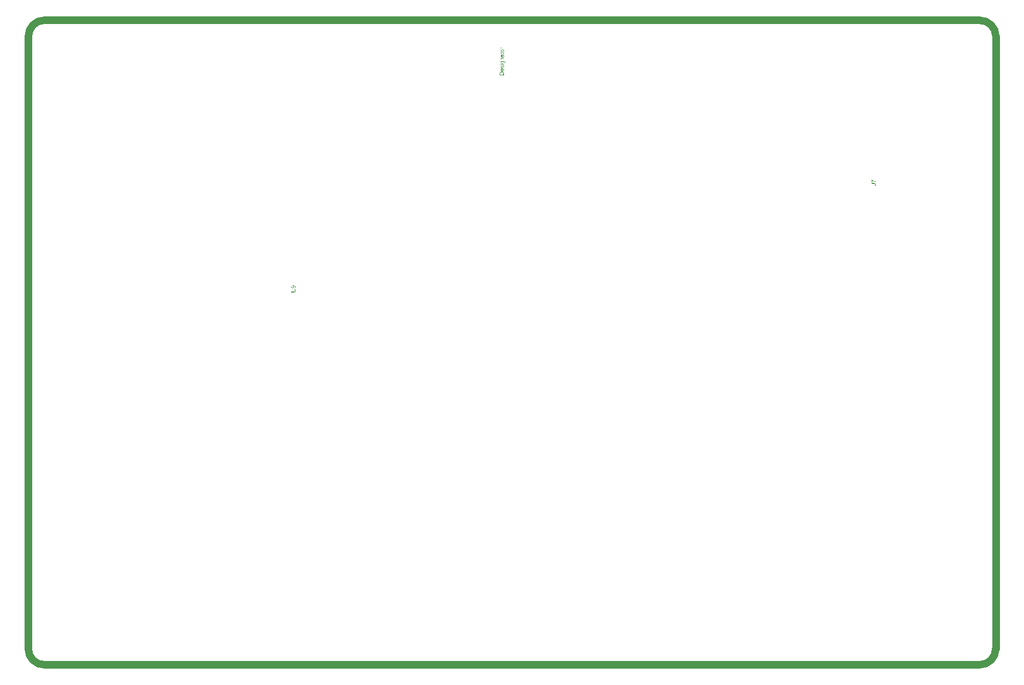
<source format=gm1>
%FSLAX23Y23*%
%MOIN*%
%SFA1B1*%

%IPPOS*%
%ADD120C,0.047240*%
%LNpcb1-1*%
%LPD*%
G36*
X3964Y4783D02*
X3964Y4783D01*
X3964Y4783*
X3964Y4783*
X3964Y4783*
X3964Y4782*
X3964Y4782*
X3964Y4782*
X3964Y4781*
Y4781*
X3964Y4781*
X3964Y4781*
X3964Y4780*
X3964Y4780*
X3964Y4780*
X3964Y4779*
X3964Y4779*
X3965Y4779*
X3965Y4779*
X3965Y4779*
X3965Y4779*
X3965Y4778*
X3966Y4778*
X3966Y4778*
X3966*
X3966Y4778*
X3966*
X3966Y4778*
X3967Y4778*
X3967Y4778*
X3968Y4778*
X3968Y4778*
X3969Y4778*
X3970Y4778*
X3980*
Y4775*
X3961*
Y4777*
X3964*
X3964Y4777*
X3964Y4777*
X3963Y4777*
X3963Y4778*
X3963Y4778*
X3962Y4778*
X3962Y4779*
X3961Y4779*
X3961Y4779*
X3961Y4779*
X3961Y4779*
X3961Y4780*
X3961Y4780*
X3961Y4780*
X3961Y4781*
X3961Y4781*
X3961Y4781*
Y4782*
X3961Y4782*
X3961Y4782*
X3961Y4783*
X3961Y4783*
X3961Y4784*
X3962Y4785*
X3964Y4783*
G37*
G36*
X3971Y4771D02*
X3971Y4771D01*
X3972Y4771*
X3972Y4771*
X3973Y4771*
X3974Y4770*
X3975Y4770*
X3975Y4770*
X3976Y4770*
X3976*
X3976Y4770*
X3976Y4770*
X3976Y4770*
X3976Y4769*
X3977Y4769*
X3977Y4769*
X3978Y4768*
X3978Y4767*
X3979Y4767*
Y4767*
X3979Y4767*
X3979Y4766*
X3979Y4766*
X3979Y4766*
X3979Y4766*
X3979Y4765*
X3980Y4765*
X3980Y4764*
X3980Y4763*
X3980Y4762*
Y4762*
X3980Y4762*
Y4762*
X3980Y4761*
X3980Y4761*
X3980Y4760*
X3980Y4760*
X3979Y4759*
X3979Y4759*
X3979Y4758*
X3979Y4758*
X3979Y4757*
X3978Y4757*
X3978Y4756*
X3977Y4756*
X3977Y4756*
X3977Y4756*
X3977Y4756*
X3977Y4756*
X3977Y4755*
X3976Y4755*
X3976Y4755*
X3976Y4755*
X3975Y4754*
X3975Y4754*
X3974Y4754*
X3973Y4754*
X3973Y4754*
X3972Y4754*
X3971Y4754*
X3970Y4753*
X3970*
X3970*
X3970Y4754*
X3969*
X3969Y4754*
X3968Y4754*
X3968Y4754*
X3967Y4754*
X3967Y4754*
X3966Y4754*
X3965Y4754*
X3965Y4755*
X3964Y4755*
X3964Y4755*
X3963Y4756*
X3963Y4756*
X3963Y4756*
X3963Y4756*
X3962Y4757*
X3962Y4757*
X3962Y4757*
X3962Y4757*
X3962Y4758*
X3962Y4758*
X3961Y4758*
X3961Y4759*
X3961Y4759*
X3961Y4760*
X3961Y4760*
X3961Y4761*
X3961Y4762*
X3961Y4762*
Y4763*
X3961Y4763*
X3961Y4763*
X3961Y4763*
X3961Y4764*
X3961Y4764*
X3961Y4765*
X3961Y4765*
X3961Y4766*
X3962Y4766*
X3962Y4767*
X3962Y4767*
X3963Y4768*
X3963Y4768*
X3963Y4768*
X3963Y4769*
X3963Y4769*
X3964Y4769*
X3964Y4769*
X3964Y4769*
X3964Y4769*
X3965Y4770*
X3965Y4770*
X3966Y4770*
X3966Y4770*
X3967Y4770*
X3968Y4771*
X3968Y4771*
X3969Y4771*
X3970Y4771*
X3970*
X3970*
X3970*
X3971*
X3971Y4771*
G37*
G36*
X3979Y4752D02*
X3980Y4752D01*
X3980Y4752*
X3980Y4751*
X3980Y4751*
X3980Y4750*
X3980Y4750*
Y4749*
X3980Y4749*
X3980Y4749*
X3980Y4748*
X3980Y4748*
X3979Y4747*
X3979Y4747*
X3979Y4747*
X3979Y4747*
X3979Y4747*
X3979Y4746*
X3979Y4746*
X3978Y4746*
X3978Y4746*
X3978Y4746*
X3978*
X3978Y4746*
X3977Y4746*
X3977Y4745*
X3977Y4745*
X3977Y4745*
X3976Y4745*
X3976Y4745*
X3975Y4745*
X3975*
X3975Y4745*
X3974*
X3963*
Y4743*
X3961*
Y4745*
X3956*
X3954Y4748*
X3961*
Y4752*
X3963*
Y4748*
X3974*
X3974*
X3974*
X3975*
X3975Y4748*
X3975*
X3976Y4748*
X3976Y4748*
X3976Y4749*
X3976Y4749*
X3976Y4749*
X3976Y4749*
X3977Y4749*
Y4749*
X3977Y4749*
X3977Y4749*
X3977Y4749*
X3977Y4750*
X3977Y4750*
Y4751*
X3977Y4751*
Y4751*
X3977Y4751*
X3977Y4752*
X3979Y4752*
Y4752*
G37*
G36*
X3980Y4738D02*
X3979Y4738D01*
X3979Y4737*
X3979Y4737*
X3979Y4737*
X3979Y4737*
X3978Y4737*
X3978Y4737*
X3977Y4737*
Y4737*
X3977Y4737*
X3977Y4737*
X3977Y4737*
X3978Y4736*
X3978Y4736*
X3978Y4735*
X3979Y4735*
X3979Y4734*
X3979Y4734*
Y4734*
X3979Y4733*
X3979Y4733*
X3979Y4733*
X3980Y4733*
X3980Y4733*
X3980Y4732*
X3980Y4731*
X3980Y4731*
X3980Y4730*
Y4730*
X3980Y4730*
Y4729*
X3980Y4729*
X3980Y4728*
X3980Y4728*
X3979Y4727*
X3979Y4726*
X3979Y4726*
X3978Y4725*
X3978Y4725*
X3978Y4725*
X3978Y4725*
X3978Y4725*
X3977Y4725*
X3977Y4724*
X3976Y4724*
X3975Y4724*
X3975Y4724*
X3975Y4724*
X3975*
X3974*
X3974Y4724*
X3974Y4724*
X3973Y4724*
X3973Y4724*
X3973Y4724*
X3972Y4724*
X3972Y4724*
X3972Y4724*
X3972Y4725*
X3971Y4725*
X3971Y4725*
X3971Y4725*
X3971Y4726*
X3970Y4726*
X3970Y4726*
X3970Y4726*
X3970Y4726*
X3970Y4727*
X3970Y4727*
X3970Y4727*
X3969Y4728*
X3969Y4728*
Y4728*
X3969Y4728*
X3969Y4729*
X3969Y4729*
X3969Y4729*
X3969Y4730*
X3969Y4730*
X3969Y4731*
Y4731*
X3969Y4731*
Y4731*
X3969Y4732*
X3969Y4732*
X3969Y4732*
X3969Y4733*
X3969Y4733*
X3968Y4734*
X3968Y4735*
X3968Y4736*
X3968Y4736*
X3968Y4737*
X3968*
X3968*
X3968*
X3967Y4737*
X3967*
X3967*
X3967*
X3967*
X3967*
X3967*
X3967*
X3966Y4737*
X3966Y4737*
X3965Y4736*
X3965Y4736*
X3965Y4736*
X3964Y4736*
X3964Y4736*
X3964Y4736*
X3964Y4735*
X3964Y4735*
X3963Y4734*
X3963Y4734*
X3963Y4733*
X3963Y4732*
Y4732*
X3963Y4731*
X3963Y4731*
X3963Y4730*
X3963Y4730*
X3964Y4729*
X3964Y4729*
X3964Y4729*
X3964Y4729*
X3964Y4729*
X3965Y4728*
X3965Y4728*
X3965Y4728*
X3966Y4728*
X3967Y4727*
X3966Y4724*
X3966*
X3966Y4724*
X3966*
X3966Y4724*
X3966Y4724*
X3965Y4725*
X3965Y4725*
X3964Y4725*
X3964Y4725*
X3963Y4726*
X3963Y4726*
X3963Y4726*
X3963Y4726*
X3962Y4726*
X3962Y4727*
X3962Y4727*
X3961Y4728*
X3961Y4728*
Y4728*
X3961Y4729*
X3961Y4729*
X3961Y4729*
X3961Y4729*
X3961Y4729*
X3961Y4730*
X3961Y4730*
X3961Y4731*
X3961Y4732*
X3961Y4733*
Y4733*
X3961Y4734*
X3961Y4734*
X3961Y4735*
X3961Y4735*
X3961Y4736*
X3961Y4737*
Y4737*
X3961Y4737*
X3961Y4737*
X3961Y4737*
X3962Y4737*
X3962Y4738*
X3962Y4738*
X3962Y4738*
X3963Y4739*
X3963Y4739*
X3963Y4739*
X3963Y4739*
X3963Y4739*
X3963Y4739*
X3964Y4739*
X3964Y4740*
X3965Y4740*
X3965*
X3965Y4740*
X3965Y4740*
X3965Y4740*
X3966*
X3966Y4740*
X3967Y4740*
X3968*
X3972*
X3972*
X3972*
X3972*
X3972*
X3973*
X3973*
X3974*
X3974Y4740*
X3975*
X3976Y4740*
X3976Y4740*
X3977*
X3977Y4740*
X3977Y4740*
X3977*
X3977Y4740*
X3978Y4740*
X3978Y4740*
X3978Y4740*
X3979Y4740*
X3979Y4741*
X3980Y4741*
Y4738*
G37*
G36*
Y4717D02*
X3968D01*
X3968*
X3968*
X3968*
X3968*
X3968Y4717*
X3967*
X3967Y4717*
X3966Y4717*
X3966Y4717*
X3965Y4716*
X3965*
X3965Y4716*
X3965Y4716*
X3965Y4716*
X3965Y4716*
X3964Y4716*
X3964Y4716*
X3964Y4715*
X3964Y4715*
X3964Y4715*
X3964Y4715*
X3964Y4715*
X3963Y4714*
X3963Y4714*
X3963Y4713*
X3963Y4713*
Y4713*
X3963Y4713*
X3963Y4712*
X3963Y4712*
X3964Y4711*
X3964Y4711*
X3964Y4710*
X3965Y4710*
X3965Y4709*
X3965Y4709*
X3965Y4709*
X3965Y4709*
X3965Y4709*
X3965Y4709*
X3966Y4709*
X3966Y4709*
X3966Y4709*
X3967Y4708*
X3967Y4708*
X3968Y4708*
X3968Y4708*
X3969Y4708*
X3969Y4708*
X3980*
Y4705*
X3961*
Y4708*
X3964*
X3964Y4708*
X3963Y4708*
X3963Y4708*
X3963Y4708*
X3963Y4708*
X3963Y4709*
X3962Y4709*
X3962Y4709*
X3962Y4710*
X3962Y4710*
X3961Y4711*
X3961Y4711*
X3961Y4712*
X3961Y4712*
X3961Y4713*
X3961Y4714*
Y4714*
X3961Y4714*
X3961Y4715*
X3961Y4715*
X3961Y4716*
X3961Y4716*
X3961Y4717*
X3961Y4717*
X3961Y4717*
X3961Y4717*
X3962Y4718*
X3962Y4718*
X3962Y4718*
X3962Y4719*
X3963Y4719*
X3963Y4719*
X3963Y4719*
X3963Y4719*
X3963Y4719*
X3964Y4719*
X3964Y4720*
X3965Y4720*
X3965Y4720*
X3965*
X3965Y4720*
X3965Y4720*
X3966Y4720*
X3966Y4720*
X3967Y4720*
X3967Y4720*
X3968*
X3980*
Y4717*
G37*
G36*
X3978Y4700D02*
X3978D01*
X3979Y4700*
X3979Y4700*
X3980Y4700*
X3981Y4700*
X3982Y4700*
X3982Y4700*
X3983Y4699*
X3983Y4699*
X3983*
X3983Y4699*
X3983Y4699*
X3983Y4699*
X3984Y4699*
X3984Y4699*
X3985Y4698*
X3985Y4698*
X3985Y4697*
X3986Y4697*
Y4696*
X3986Y4696*
X3986Y4696*
X3986Y4696*
X3986Y4696*
X3986Y4696*
X3986Y4696*
X3986Y4695*
X3987Y4695*
X3987Y4694*
X3987Y4693*
X3987Y4692*
Y4691*
X3987Y4691*
Y4691*
X3987Y4691*
X3987Y4690*
X3987Y4690*
X3987Y4689*
X3986Y4688*
X3986Y4687*
X3986Y4687*
X3985Y4686*
X3985Y4686*
X3985Y4686*
X3985Y4686*
X3985Y4686*
X3985Y4686*
X3985Y4686*
X3985Y4686*
X3984Y4685*
X3984Y4685*
X3984Y4685*
X3983Y4685*
X3983Y4685*
X3983Y4685*
X3982Y4685*
X3982Y4684*
X3981*
X3981Y4688*
X3982*
X3982Y4688*
X3982Y4688*
X3982Y4688*
X3983Y4688*
X3983Y4688*
X3983Y4688*
X3984Y4689*
X3984Y4689*
X3984Y4689*
X3984Y4689*
X3984Y4689*
X3984Y4690*
X3984Y4690*
X3984Y4691*
X3984Y4692*
Y4692*
X3984Y4693*
X3984Y4693*
X3984Y4694*
X3984Y4694*
X3984Y4695*
X3984Y4695*
X3983Y4695*
X3983Y4695*
X3983Y4696*
X3983Y4696*
X3983Y4696*
X3982Y4696*
X3982Y4697*
X3981Y4697*
X3981*
X3981Y4697*
X3981Y4697*
X3980*
X3980Y4697*
X3980Y4697*
X3980*
X3979Y4697*
X3979*
X3979Y4697*
X3978*
X3978*
X3977*
X3977Y4697*
X3977Y4697*
X3977Y4697*
X3977Y4697*
X3978Y4696*
X3978Y4696*
X3978Y4696*
X3978Y4696*
X3979Y4695*
X3979Y4695*
X3979Y4694*
X3979Y4693*
X3979Y4693*
X3979Y4692*
X3980Y4692*
Y4692*
X3979Y4692*
Y4691*
X3979Y4691*
X3979Y4691*
X3979Y4690*
X3979Y4690*
X3979Y4689*
X3979Y4689*
X3979Y4688*
X3978Y4688*
X3978Y4687*
X3978Y4687*
X3977Y4686*
X3977Y4686*
X3977Y4686*
X3977Y4686*
X3977Y4686*
X3976Y4686*
X3976Y4685*
X3976Y4685*
X3975Y4685*
X3975Y4685*
X3974Y4685*
X3974Y4685*
X3973Y4684*
X3973Y4684*
X3972Y4684*
X3972Y4684*
X3971Y4684*
X3970Y4684*
X3970*
X3970*
X3970*
X3970*
X3969Y4684*
X3969Y4684*
X3969*
X3969Y4684*
X3968Y4684*
X3967Y4684*
X3966Y4684*
X3965Y4685*
X3965*
X3965Y4685*
X3965Y4685*
X3965Y4685*
X3965Y4685*
X3964Y4685*
X3964Y4686*
X3963Y4686*
X3963Y4686*
X3962Y4687*
X3962Y4688*
Y4688*
X3962Y4688*
X3962Y4688*
X3962Y4688*
X3961Y4688*
X3961Y4688*
X3961Y4689*
X3961Y4689*
X3961Y4690*
X3961Y4691*
X3961Y4692*
Y4692*
X3961Y4692*
Y4692*
X3961Y4693*
X3961Y4693*
X3961Y4693*
X3961Y4694*
X3961Y4694*
X3961Y4695*
X3961Y4695*
X3962Y4696*
X3962Y4696*
X3962Y4696*
X3963Y4697*
X3963Y4697*
X3961*
Y4700*
X3977*
X3977*
X3977*
X3977*
X3978*
X3978Y4700*
G37*
G36*
X3980Y4677D02*
X3961D01*
Y4680*
X3980*
Y4677*
G37*
G36*
X3957D02*
X3954D01*
Y4680*
X3957*
Y4677*
G37*
G36*
X3975Y4673D02*
X3975Y4673D01*
X3975Y4673*
X3976Y4673*
X3977Y4673*
X3977Y4672*
X3977Y4672*
X3977Y4672*
X3978Y4672*
X3978Y4672*
X3978Y4671*
X3979Y4671*
X3979Y4670*
X3979Y4670*
Y4670*
X3979Y4670*
X3979Y4670*
X3979Y4670*
X3979Y4669*
X3980Y4669*
X3980Y4668*
X3980Y4667*
X3980Y4667*
X3980Y4666*
Y4666*
X3980Y4665*
Y4665*
X3980Y4665*
X3980Y4664*
X3980Y4664*
X3980Y4663*
X3979Y4662*
X3979Y4661*
X3979Y4661*
X3978Y4660*
X3978Y4660*
X3978Y4660*
X3978Y4660*
X3978Y4660*
X3978Y4660*
X3978Y4660*
X3978Y4660*
X3977Y4659*
X3977Y4659*
X3977Y4659*
X3976Y4659*
X3976Y4659*
X3975Y4658*
X3975Y4658*
X3975Y4658*
X3974Y4658*
X3973Y4661*
X3974*
X3974*
X3974Y4661*
X3974Y4661*
X3974Y4661*
X3975Y4661*
X3975Y4662*
X3975Y4662*
X3976Y4662*
X3976Y4663*
X3976Y4663*
X3976Y4663*
X3977Y4663*
X3977Y4663*
X3977Y4664*
X3977Y4664*
X3977Y4665*
X3977Y4666*
Y4666*
X3977Y4667*
X3977Y4667*
X3977Y4668*
X3977Y4668*
X3977Y4669*
X3976Y4669*
X3976Y4669*
X3976Y4669*
X3976Y4669*
X3976Y4670*
X3976Y4670*
X3975Y4670*
X3975Y4670*
X3974Y4670*
X3974*
X3974*
X3974Y4670*
X3974Y4670*
X3974Y4670*
X3973Y4670*
X3973Y4670*
X3973Y4669*
X3973Y4669*
X3973Y4669*
X3973Y4669*
X3972Y4669*
X3972Y4668*
X3972Y4668*
X3972Y4668*
X3972Y4668*
X3972Y4667*
X3972Y4667*
X3972Y4666*
X3972Y4666*
Y4666*
X3972Y4666*
X3972Y4666*
X3972Y4665*
X3971Y4665*
X3971Y4665*
X3971Y4664*
X3971Y4663*
X3971Y4663*
X3971Y4662*
X3970Y4662*
X3970Y4661*
X3970Y4661*
X3970Y4661*
X3970Y4661*
X3970Y4661*
X3970Y4660*
X3969Y4660*
X3969Y4660*
X3969Y4659*
X3968Y4659*
X3968Y4659*
X3968Y4659*
X3968Y4659*
X3968Y4659*
X3967Y4659*
X3967Y4659*
X3966Y4659*
X3966Y4659*
X3966*
X3966*
X3965Y4659*
X3965Y4659*
X3965Y4659*
X3964Y4659*
X3964Y4659*
X3964Y4659*
X3964Y4659*
X3963Y4659*
X3963Y4659*
X3963Y4659*
X3963Y4660*
X3962Y4660*
X3962Y4660*
X3962Y4661*
X3962Y4661*
X3962Y4661*
X3962Y4661*
X3962Y4661*
X3961Y4661*
X3961Y4662*
X3961Y4662*
X3961Y4663*
X3961Y4663*
X3961Y4663*
X3961Y4663*
X3961Y4663*
X3961Y4664*
X3961Y4664*
X3961Y4665*
Y4666*
X3961Y4666*
Y4666*
X3961Y4667*
X3961Y4667*
X3961Y4668*
X3961Y4669*
X3961Y4669*
Y4669*
X3961Y4669*
X3961Y4669*
X3961Y4670*
X3962Y4670*
X3962Y4670*
X3962Y4671*
X3963Y4671*
X3963Y4672*
X3963Y4672*
X3963Y4672*
X3963Y4672*
X3964Y4672*
X3964Y4672*
X3965Y4672*
X3965Y4673*
X3966Y4673*
X3966Y4670*
X3966*
X3966Y4670*
X3966Y4670*
X3965Y4669*
X3965Y4669*
X3965Y4669*
X3964Y4669*
X3964Y4668*
X3964Y4668*
X3964Y4668*
X3964Y4668*
X3964Y4668*
X3963Y4667*
X3963Y4667*
X3963Y4666*
X3963Y4666*
Y4665*
X3963Y4665*
X3963Y4664*
X3963Y4664*
X3963Y4663*
X3964Y4663*
X3964Y4662*
X3964Y4662*
X3964Y4662*
X3964Y4662*
X3964Y4662*
X3965Y4662*
X3965Y4662*
X3965Y4662*
X3966Y4662*
X3966*
X3966*
X3966Y4662*
X3966*
X3966Y4662*
X3966Y4662*
X3967Y4662*
X3967Y4662*
X3967Y4662*
X3967Y4662*
X3967Y4662*
X3967Y4662*
X3967Y4663*
X3967Y4663*
X3967Y4663*
Y4663*
X3968Y4663*
X3968Y4663*
X3968Y4664*
X3968Y4664*
X3968Y4664*
X3968Y4665*
X3968Y4665*
X3968Y4665*
X3968Y4666*
X3968Y4666*
Y4666*
X3968Y4666*
X3968Y4666*
X3968Y4666*
X3969Y4667*
X3969Y4667*
X3969Y4668*
X3969Y4669*
X3969Y4669*
X3969Y4670*
X3970Y4670*
X3970Y4671*
X3970Y4671*
X3970Y4671*
X3970Y4671*
X3970Y4671*
X3970Y4672*
X3971Y4672*
X3971Y4672*
X3971Y4673*
X3971Y4673*
X3972Y4673*
X3972Y4673*
X3972Y4673*
X3973Y4673*
X3973Y4673*
X3973Y4673*
X3974Y4673*
X3974*
X3974*
X3974*
X3975Y4673*
G37*
G36*
X3971Y4655D02*
Y4642D01*
X3971*
X3971*
X3971Y4642*
X3972Y4642*
X3972Y4642*
X3972Y4642*
X3973Y4642*
X3974Y4642*
X3974Y4642*
X3975Y4643*
X3975Y4643*
X3976Y4643*
X3976Y4643*
X3976Y4643*
X3976Y4643*
X3976Y4643*
X3976Y4644*
X3977Y4644*
X3977Y4645*
X3977Y4646*
X3977Y4646*
X3977Y4647*
X3977Y4647*
Y4647*
X3977Y4648*
X3977Y4648*
X3977Y4649*
X3977Y4649*
X3977Y4650*
X3976Y4650*
X3976Y4650*
X3976Y4650*
X3976Y4650*
X3976Y4651*
X3975Y4651*
X3975Y4651*
X3974Y4652*
X3973Y4652*
X3974Y4655*
X3974*
X3974Y4655*
X3974Y4655*
X3974Y4655*
X3975Y4655*
X3975Y4655*
X3976Y4655*
X3976Y4654*
X3977Y4654*
X3978Y4653*
X3978Y4652*
Y4652*
X3978Y4652*
X3978Y4652*
X3979Y4652*
X3979Y4652*
X3979Y4652*
X3979Y4651*
X3979Y4651*
X3979Y4651*
X3979Y4650*
X3980Y4650*
X3980Y4649*
X3980Y4648*
X3980Y4648*
X3980Y4647*
Y4647*
X3980Y4647*
Y4646*
X3980Y4646*
X3980Y4646*
X3980Y4645*
X3980Y4645*
X3979Y4644*
X3979Y4644*
X3979Y4643*
X3979Y4643*
X3979Y4642*
X3978Y4642*
X3978Y4641*
X3977Y4641*
X3977Y4641*
X3977Y4641*
X3977Y4640*
X3977Y4640*
X3977Y4640*
X3976Y4640*
X3976Y4640*
X3976Y4640*
X3975Y4639*
X3975Y4639*
X3974Y4639*
X3973Y4639*
X3973Y4639*
X3972Y4638*
X3971Y4638*
X3970Y4638*
X3970*
X3970*
X3970Y4638*
X3970*
X3969Y4638*
X3969Y4638*
X3968Y4639*
X3968Y4639*
X3967Y4639*
X3967Y4639*
X3966Y4639*
X3965Y4639*
X3965Y4640*
X3964Y4640*
X3964Y4640*
X3963Y4641*
X3963Y4641*
X3963Y4641*
X3963Y4641*
X3963Y4641*
X3963Y4641*
X3962Y4642*
X3962Y4642*
X3962Y4642*
X3962Y4643*
X3961Y4643*
X3961Y4644*
X3961Y4644*
X3961Y4645*
X3961Y4646*
X3961Y4646*
X3961Y4647*
Y4647*
X3961Y4648*
X3961Y4648*
X3961Y4648*
X3961Y4649*
X3961Y4649*
X3961Y4650*
X3961Y4650*
X3961Y4651*
X3962Y4651*
X3962Y4652*
X3962Y4652*
X3963Y4653*
X3963Y4653*
X3963Y4653*
X3963Y4653*
X3963Y4653*
X3964Y4653*
X3964Y4654*
X3964Y4654*
X3964Y4654*
X3965Y4654*
X3965Y4654*
X3966Y4655*
X3967Y4655*
X3967Y4655*
X3968Y4655*
X3969Y4655*
X3969Y4655*
X3970Y4655*
X3970*
X3970*
X3971*
X3971Y4655*
G37*
G36*
X3967Y4635D02*
X3968D01*
X3968Y4635*
X3968Y4635*
X3969Y4635*
X3970Y4635*
X3971Y4635*
X3972Y4634*
X3972*
X3972Y4634*
X3972Y4634*
X3972Y4634*
X3972Y4634*
X3973Y4634*
X3973Y4634*
X3974Y4634*
X3974Y4633*
X3975Y4633*
X3975Y4633*
X3976Y4633*
X3976Y4632*
X3976Y4632*
X3976Y4632*
X3977Y4632*
X3977Y4631*
X3977Y4631*
X3978Y4630*
X3978Y4630*
X3978Y4630*
X3978Y4630*
X3978Y4629*
X3978Y4629*
X3979Y4628*
X3979Y4628*
X3979Y4627*
Y4627*
X3979Y4627*
Y4627*
X3979Y4627*
X3979Y4627*
X3979Y4627*
X3979Y4626*
X3979Y4625*
X3979Y4625*
X3979Y4624*
X3980Y4623*
Y4614*
X3954*
Y4623*
X3954Y4624*
Y4624*
X3954Y4625*
X3954Y4626*
X3954Y4627*
X3954Y4627*
Y4627*
X3954Y4627*
X3954Y4628*
X3954Y4628*
X3954Y4628*
X3955Y4628*
X3955Y4629*
X3955Y4629*
X3955Y4630*
X3956Y4630*
X3956Y4631*
X3956Y4631*
X3956Y4631*
X3956Y4631*
X3956Y4631*
X3957Y4632*
X3957Y4632*
X3957Y4632*
X3957Y4632*
X3958Y4633*
X3959Y4633*
X3960Y4634*
X3960Y4634*
X3961*
X3961Y4634*
X3961Y4634*
X3961Y4634*
X3961Y4634*
X3962Y4634*
X3962Y4635*
X3962Y4635*
X3963Y4635*
X3963Y4635*
X3964Y4635*
X3964Y4635*
X3965Y4635*
X3967Y4635*
X3967*
X3967*
X3967*
X3967*
X3967Y4635*
G37*
G36*
X3980Y4605D02*
X3976D01*
Y4608*
X3980*
Y4605*
G37*
G36*
X6227Y3976D02*
X6227Y3976D01*
X6227Y3976*
X6227Y3975*
X6227Y3975*
X6228Y3975*
X6228Y3975*
X6229Y3974*
X6229Y3974*
X6230Y3974*
X6230Y3973*
X6231Y3973*
X6231Y3972*
X6232Y3972*
X6233Y3971*
X6234Y3971*
X6234Y3971*
X6234Y3971*
X6234Y3971*
X6234Y3971*
X6235Y3970*
X6235Y3970*
X6236Y3970*
X6236Y3970*
X6237Y3969*
X6238Y3969*
X6238Y3969*
X6239Y3968*
X6241Y3968*
X6242Y3967*
X6243*
X6243Y3967*
X6243Y3967*
X6243Y3967*
X6243Y3967*
X6244Y3967*
X6244Y3967*
X6245Y3967*
X6245Y3967*
X6246Y3967*
X6246Y3966*
X6247Y3966*
X6248Y3966*
X6250Y3966*
Y3963*
X6249*
X6249*
X6249*
X6249Y3963*
X6249*
X6248Y3963*
X6248Y3963*
X6247Y3963*
X6247Y3963*
X6246Y3963*
X6246Y3963*
X6245Y3963*
X6245Y3963*
X6244Y3964*
X6243Y3964*
X6242Y3964*
X6242*
X6242Y3964*
X6242Y3964*
X6242Y3964*
X6241Y3964*
X6241Y3964*
X6240Y3965*
X6240Y3965*
X6239Y3965*
X6238Y3965*
X6237Y3966*
X6235Y3967*
X6234Y3967*
X6234Y3967*
X6234Y3967*
X6234Y3967*
X6233Y3968*
X6233Y3968*
X6233Y3968*
X6232Y3968*
X6232Y3969*
X6231Y3969*
X6229Y3970*
X6228Y3971*
X6227Y3972*
Y3959*
X6224*
Y3976*
X6227*
X6227Y3976*
G37*
G36*
X6240Y3955D02*
X6240D01*
X6240Y3955*
X6241Y3955*
X6242Y3954*
X6243Y3954*
X6244Y3954*
X6244Y3954*
X6245Y3954*
X6245*
X6245Y3954*
X6245Y3954*
X6245Y3954*
X6245Y3953*
X6246Y3953*
X6246Y3953*
X6247Y3953*
X6247Y3952*
X6248Y3951*
X6248Y3951*
X6249Y3951*
Y3951*
X6249Y3950*
X6249Y3950*
X6249Y3950*
X6249Y3950*
X6249Y3950*
X6249Y3949*
X6249Y3949*
X6249Y3949*
X6250Y3948*
X6250Y3948*
X6250Y3947*
X6250Y3947*
X6250Y3946*
X6250Y3945*
X6250Y3945*
Y3944*
X6250Y3944*
Y3944*
X6250Y3943*
X6250Y3943*
X6250Y3943*
X6250Y3942*
X6249Y3941*
X6249Y3940*
X6249Y3939*
Y3939*
X6249Y3939*
X6249Y3939*
X6248Y3938*
X6248Y3938*
X6248Y3937*
X6247Y3937*
X6247Y3936*
X6246Y3936*
X6245Y3935*
X6245*
X6245Y3935*
X6245Y3935*
X6245Y3935*
X6244Y3935*
X6244Y3935*
X6244Y3935*
X6243Y3935*
X6243Y3935*
X6243Y3935*
X6242Y3935*
X6241Y3935*
X6241Y3935*
X6240Y3935*
X6239Y3935*
X6239*
X6224*
Y3938*
X6239*
X6239*
X6239*
X6239*
X6239*
X6240Y3938*
X6240*
X6240Y3938*
X6241*
X6241Y3938*
X6242Y3938*
X6243Y3938*
X6243Y3938*
X6244Y3939*
X6244*
X6244Y3939*
X6244Y3939*
X6244Y3939*
X6245Y3939*
X6245Y3939*
X6245Y3940*
X6246Y3940*
X6246Y3941*
Y3941*
X6246Y3941*
X6246Y3941*
X6246Y3941*
X6246Y3942*
X6247Y3942*
X6247Y3943*
X6247Y3944*
X6247Y3944*
Y3945*
X6247Y3945*
X6247Y3945*
X6247Y3946*
X6247Y3946*
X6247Y3946*
X6246Y3947*
X6246Y3948*
X6246Y3949*
X6246Y3949*
X6246Y3949*
X6245Y3950*
X6245Y3950*
X6245Y3950*
X6245Y3950*
X6245Y3950*
X6245Y3950*
X6244Y3950*
X6244Y3950*
X6244Y3950*
X6243Y3951*
X6243Y3951*
X6242Y3951*
X6242Y3951*
X6241Y3951*
X6240Y3951*
X6240Y3951*
X6239Y3951*
X6224*
Y3955*
X6239*
X6239*
X6239*
X6239*
X6239*
X6240Y3955*
G37*
G36*
X2696Y3329D02*
X2696Y3329D01*
X2697Y3329*
X2697Y3329*
X2698Y3329*
X2699Y3329*
X2700Y3329*
X2701Y3329*
X2702Y3329*
X2702Y3328*
X2702*
X2703Y3328*
X2703Y3328*
X2703Y3328*
X2703Y3328*
X2703Y3328*
X2704Y3328*
X2705Y3327*
X2705Y3327*
X2706Y3326*
X2707Y3325*
Y3325*
X2707Y3325*
X2707Y3325*
X2707Y3325*
X2707Y3325*
X2707Y3324*
X2707Y3324*
X2708Y3324*
X2708Y3323*
X2708Y3322*
X2708Y3321*
X2708Y3321*
X2708Y3320*
Y3320*
X2708Y3320*
X2708Y3320*
X2708Y3319*
X2708Y3319*
X2708Y3319*
X2708Y3318*
X2708Y3317*
X2707Y3317*
X2707Y3316*
X2707Y3316*
X2707Y3315*
X2707Y3315*
X2707Y3315*
X2706Y3315*
X2706Y3315*
X2706Y3315*
X2706Y3315*
X2706Y3315*
X2705Y3314*
X2705Y3314*
X2705Y3314*
X2704Y3314*
X2704Y3314*
X2704Y3314*
X2703Y3313*
X2703Y3313*
X2702Y3313*
X2702Y3316*
X2702*
X2702Y3316*
X2702*
X2702Y3316*
X2702Y3316*
X2703Y3317*
X2703Y3317*
X2704Y3317*
X2704Y3317*
X2705Y3318*
X2705Y3318*
X2705Y3318*
X2705Y3318*
X2705Y3318*
X2705Y3319*
X2706Y3319*
X2706Y3320*
X2706Y3320*
Y3321*
X2706Y3321*
X2706Y3321*
X2706Y3322*
X2705Y3322*
X2705Y3323*
X2705Y3323*
X2705Y3323*
X2705Y3323*
X2705Y3323*
X2705Y3324*
X2704Y3324*
X2704Y3324*
X2704Y3324*
X2703Y3325*
X2703Y3325*
X2703Y3325*
X2703Y3325*
X2703Y3325*
X2702Y3325*
X2702Y3326*
X2701Y3326*
X2700Y3326*
X2700*
X2700Y3326*
X2700*
X2700Y3326*
X2700Y3326*
X2700Y3326*
X2699Y3326*
X2699Y3326*
X2698Y3326*
X2697Y3326*
X2696Y3326*
X2696*
X2696*
X2696*
X2696*
X2696Y3326*
X2696Y3326*
X2696Y3326*
X2697Y3326*
X2697Y3325*
X2698Y3325*
X2698Y3324*
X2698Y3324*
Y3324*
X2698Y3324*
X2698Y3324*
X2698Y3323*
X2699Y3323*
X2699Y3323*
X2699Y3322*
X2699Y3322*
X2699Y3321*
X2699Y3320*
Y3320*
X2699Y3320*
X2699Y3319*
X2699Y3319*
X2699Y3319*
X2699Y3318*
X2699Y3318*
X2699Y3318*
X2698Y3317*
X2698Y3317*
X2698Y3316*
X2698Y3316*
X2697Y3315*
X2697Y3315*
X2697Y3315*
X2697Y3315*
X2697Y3315*
X2696Y3315*
X2696Y3314*
X2696Y3314*
X2696Y3314*
X2695Y3314*
X2695Y3314*
X2694Y3313*
X2694Y3313*
X2693Y3313*
X2693Y3313*
X2692Y3313*
X2692Y3313*
X2691Y3313*
X2691*
X2691*
X2690*
X2690Y3313*
X2690Y3313*
X2689Y3313*
X2689Y3313*
X2689Y3313*
X2688Y3313*
X2687Y3313*
X2687Y3314*
X2686Y3314*
X2686Y3314*
X2685Y3315*
X2685Y3315*
X2685Y3315*
X2684Y3315*
X2684Y3315*
X2684Y3315*
X2684Y3316*
X2684Y3316*
X2684Y3316*
X2683Y3317*
X2683Y3317*
X2683Y3317*
X2683Y3318*
X2683Y3318*
X2682Y3319*
X2682Y3320*
X2682Y3320*
X2682Y3321*
Y3321*
X2682Y3321*
Y3321*
X2682Y3322*
X2682Y3322*
X2683Y3323*
X2683Y3324*
X2683Y3324*
X2684Y3325*
Y3325*
X2684Y3325*
X2684Y3325*
X2684Y3326*
X2684Y3326*
X2685Y3326*
X2685Y3327*
X2686Y3327*
X2686Y3328*
X2687Y3328*
X2687*
X2687Y3328*
X2688Y3329*
X2688Y3329*
X2688Y3329*
X2688Y3329*
X2689Y3329*
X2689Y3329*
X2690Y3329*
X2690Y3329*
X2691Y3329*
X2691Y3329*
X2692Y3329*
X2693Y3329*
X2694Y3330*
X2695*
X2695*
X2695*
X2695*
X2695*
X2696Y3329*
G37*
G36*
X2698Y3308D02*
X2698D01*
X2699Y3308*
X2699Y3308*
X2700Y3308*
X2701Y3308*
X2702Y3308*
X2703Y3308*
X2703Y3307*
X2703*
X2703Y3307*
X2703Y3307*
X2704Y3307*
X2704Y3307*
X2704Y3307*
X2705Y3307*
X2705Y3306*
X2706Y3306*
X2706Y3305*
X2707Y3305*
X2707Y3304*
Y3304*
X2707Y3304*
X2707Y3304*
X2707Y3304*
X2707Y3304*
X2707Y3303*
X2707Y3303*
X2708Y3303*
X2708Y3302*
X2708Y3302*
X2708Y3301*
X2708Y3301*
X2708Y3300*
X2708Y3300*
X2708Y3299*
X2708Y3298*
Y3298*
X2708Y3298*
Y3297*
X2708Y3297*
X2708Y3297*
X2708Y3296*
X2708Y3295*
X2708Y3294*
X2707Y3293*
X2707Y3292*
Y3292*
X2707Y3292*
X2707Y3292*
X2707Y3292*
X2707Y3292*
X2706Y3291*
X2706Y3291*
X2705Y3290*
X2704Y3290*
X2704Y3289*
X2703*
X2703Y3289*
X2703Y3289*
X2703Y3289*
X2703Y3289*
X2703Y3289*
X2702Y3289*
X2702Y3289*
X2701Y3289*
X2701Y3288*
X2700Y3288*
X2700Y3288*
X2699Y3288*
X2699Y3288*
X2698Y3288*
X2697*
X2682*
Y3292*
X2697*
X2697*
X2697*
X2697*
X2698*
X2698Y3292*
X2698*
X2699Y3292*
X2699*
X2700Y3292*
X2701Y3292*
X2701Y3292*
X2702Y3292*
X2702Y3292*
X2702*
X2702Y3292*
X2702Y3292*
X2703Y3292*
X2703Y3293*
X2703Y3293*
X2704Y3293*
X2704Y3294*
X2704Y3294*
Y3294*
X2704Y3294*
X2705Y3295*
X2705Y3295*
X2705Y3295*
X2705Y3296*
X2705Y3296*
X2705Y3297*
X2705Y3298*
Y3298*
X2705Y3299*
X2705Y3299*
X2705Y3299*
X2705Y3300*
X2705Y3300*
X2705Y3301*
X2705Y3302*
X2704Y3302*
X2704Y3303*
X2704Y3303*
X2704Y3303*
X2704Y3303*
X2703Y3303*
X2703Y3303*
X2703Y3304*
X2703Y3304*
X2703Y3304*
X2702Y3304*
X2702Y3304*
X2702Y3304*
X2701Y3304*
X2701Y3305*
X2700Y3305*
X2699Y3305*
X2699Y3305*
X2698Y3305*
X2697Y3305*
X2682*
Y3308*
X2697*
X2697*
X2697*
X2697*
X2698*
X2698Y3308*
G37*
%LNpcb1-2*%
%LPC*%
G36*
X3971Y4768D02*
X3970D01*
X3970*
X3970*
X3970*
X3970Y4768*
X3969*
X3969Y4768*
X3969Y4767*
X3968Y4767*
X3967Y4767*
X3967Y4767*
X3966Y4767*
X3965Y4766*
X3965Y4766*
X3965Y4766*
X3965Y4766*
X3965Y4766*
X3965Y4766*
X3964Y4765*
X3964Y4765*
X3964Y4764*
X3963Y4764*
X3963Y4763*
X3963Y4763*
X3963Y4762*
Y4762*
X3963Y4762*
X3963Y4762*
X3963Y4761*
X3963Y4761*
X3964Y4760*
X3964Y4760*
X3964Y4759*
X3964Y4759*
X3965Y4759*
X3965Y4758*
X3965*
X3965Y4758*
X3965Y4758*
X3965Y4758*
X3965Y4758*
X3966Y4758*
X3966Y4758*
X3966Y4757*
X3967Y4757*
X3967Y4757*
X3967Y4757*
X3968Y4757*
X3968Y4757*
X3969Y4757*
X3970Y4757*
X3970Y4757*
X3970*
X3970*
X3971*
X3971Y4757*
X3971*
X3971Y4757*
X3972Y4757*
X3972Y4757*
X3973Y4757*
X3974Y4757*
X3975Y4758*
X3975Y4758*
X3976Y4758*
X3976Y4758*
X3976Y4758*
X3976Y4758*
X3976Y4759*
X3976Y4759*
X3976Y4759*
X3977Y4760*
X3977Y4761*
X3977Y4761*
X3977Y4762*
X3977Y4762*
Y4762*
X3977Y4763*
X3977Y4763*
X3977Y4763*
X3977Y4764*
X3977Y4764*
X3977Y4765*
X3976Y4765*
X3976Y4765*
X3976Y4766*
X3976Y4766*
X3976Y4766*
X3975Y4766*
X3975Y4766*
X3975Y4766*
X3975Y4766*
X3975Y4767*
X3975Y4767*
X3974Y4767*
X3974Y4767*
X3973Y4767*
X3973Y4767*
X3973Y4767*
X3972Y4767*
X3971Y4768*
X3971Y4768*
G37*
G36*
X3971Y4737D02*
X3970D01*
Y4737*
X3970Y4737*
X3970Y4737*
X3970Y4736*
X3970Y4736*
X3970Y4736*
X3971Y4736*
X3971Y4735*
X3971Y4735*
X3971Y4735*
X3971Y4734*
X3971Y4734*
X3971Y4733*
X3971Y4733*
X3971Y4732*
X3971Y4732*
Y4731*
X3971Y4731*
Y4731*
X3972Y4731*
X3972Y4730*
X3972Y4730*
X3972Y4730*
X3972Y4729*
X3972Y4729*
Y4729*
X3972Y4729*
X3972Y4729*
X3972Y4728*
X3973Y4728*
X3973Y4728*
X3973Y4728*
X3973Y4728*
X3973Y4728*
X3973Y4727*
X3973Y4727*
X3974Y4727*
X3974Y4727*
X3974Y4727*
X3975Y4727*
X3975*
X3975*
X3975Y4727*
X3975Y4727*
X3976Y4727*
X3976Y4728*
X3976Y4728*
X3977Y4728*
X3977Y4728*
X3977Y4728*
X3977Y4728*
X3977Y4729*
X3977Y4729*
X3977Y4730*
X3977Y4730*
X3977Y4731*
Y4731*
X3977Y4732*
X3977Y4732*
X3977Y4732*
X3977Y4733*
X3977Y4734*
X3977Y4734*
Y4734*
X3977Y4734*
X3977Y4734*
X3976Y4735*
X3976Y4735*
X3976Y4735*
X3975Y4736*
X3975Y4736*
X3975Y4736*
X3974Y4736*
X3974Y4736*
X3974Y4736*
X3974Y4736*
X3973Y4737*
X3973Y4737*
X3972Y4737*
X3971Y4737*
G37*
G36*
X3971Y4697D02*
X3970D01*
X3970*
X3970*
X3970*
X3969Y4697*
X3969*
X3969Y4697*
X3968Y4697*
X3968Y4697*
X3967Y4697*
X3966Y4697*
X3966Y4696*
X3965Y4696*
X3965Y4696*
X3965*
X3965Y4696*
X3965Y4695*
X3964Y4695*
X3964Y4695*
X3964Y4694*
X3963Y4694*
X3963Y4693*
X3963Y4693*
X3963Y4692*
Y4692*
X3963Y4692*
X3963Y4691*
X3963Y4691*
X3964Y4690*
X3964Y4690*
X3964Y4689*
X3964Y4689*
X3965Y4689*
X3965Y4689*
X3965*
X3965Y4688*
X3965Y4688*
X3965Y4688*
X3965Y4688*
X3966Y4688*
X3966Y4688*
X3966Y4688*
X3966Y4688*
X3967Y4688*
X3967Y4687*
X3968Y4687*
X3968Y4687*
X3969Y4687*
X3969Y4687*
X3970Y4687*
X3970*
X3970*
X3970*
X3971Y4687*
X3971*
X3971Y4687*
X3972Y4687*
X3972Y4687*
X3973Y4687*
X3974Y4688*
X3975Y4688*
X3975Y4688*
X3975Y4689*
X3975Y4689*
X3975Y4689*
X3976Y4689*
X3976Y4689*
X3976Y4690*
X3976Y4690*
X3977Y4691*
X3977Y4691*
X3977Y4692*
X3977Y4692*
Y4692*
X3977Y4693*
X3977Y4693*
X3977Y4693*
X3977Y4693*
X3977Y4694*
X3976Y4695*
X3976Y4695*
X3976Y4695*
X3976Y4696*
X3975Y4696*
X3975Y4696*
X3975Y4696*
X3975Y4696*
X3975Y4696*
X3975Y4696*
X3975Y4696*
X3974Y4696*
X3974Y4697*
X3974Y4697*
X3973Y4697*
X3973Y4697*
X3972Y4697*
X3972Y4697*
X3971Y4697*
X3971Y4697*
G37*
G36*
X3968Y4652D02*
X3968D01*
X3968*
X3968Y4652*
X3968Y4652*
X3968*
X3968Y4652*
X3967Y4652*
X3967Y4652*
X3966Y4651*
X3965Y4651*
X3965Y4651*
X3965*
X3965Y4651*
X3965Y4651*
X3965Y4651*
X3964Y4650*
X3964Y4650*
X3964Y4649*
X3963Y4649*
X3963Y4648*
X3963Y4647*
X3963Y4647*
Y4647*
X3963Y4647*
Y4646*
X3963Y4646*
X3963Y4646*
X3964Y4645*
X3964Y4644*
X3964Y4644*
X3964Y4644*
X3965Y4643*
X3965Y4643*
X3965Y4643*
X3965Y4643*
X3966Y4643*
X3966Y4642*
X3967Y4642*
X3968Y4642*
X3968Y4642*
Y4652*
G37*
G36*
X3967Y4632D02*
X3966D01*
X3966*
X3966*
X3966Y4632*
X3966*
X3965Y4632*
X3965Y4632*
X3964Y4631*
X3963Y4631*
X3962Y4631*
X3961Y4631*
X3961Y4631*
X3960Y4630*
X3960*
X3960Y4630*
X3960Y4630*
X3960Y4630*
X3960Y4630*
X3959Y4629*
X3959Y4629*
X3958Y4628*
X3958Y4628*
X3958Y4627*
X3957Y4627*
X3957Y4627*
X3957Y4627*
X3957Y4627*
X3957Y4627*
X3957Y4626*
X3957Y4626*
X3957Y4626*
X3957Y4626*
X3957Y4625*
X3957Y4625*
X3957Y4625*
X3957Y4624*
Y4624*
X3957Y4623*
Y4617*
X3976*
Y4623*
X3976Y4624*
X3976Y4624*
X3976Y4625*
X3976Y4626*
X3976Y4626*
X3976Y4627*
Y4627*
X3976Y4627*
X3976Y4627*
X3976Y4627*
X3976Y4628*
X3975Y4628*
X3975Y4628*
X3975Y4629*
X3975Y4629*
X3975Y4629*
X3974Y4629*
X3974Y4629*
X3974Y4630*
X3973Y4630*
X3973Y4630*
X3972Y4631*
X3971Y4631*
X3971*
X3971Y4631*
X3971Y4631*
X3971Y4631*
X3971Y4631*
X3971Y4631*
X3970Y4631*
X3970Y4631*
X3970Y4631*
X3969Y4631*
X3969Y4632*
X3968Y4632*
X3967Y4632*
G37*
G36*
X2691Y3326D02*
X2691D01*
X2691*
X2691*
X2690*
X2690Y3326*
X2690*
X2690Y3326*
X2689Y3326*
X2688Y3326*
X2688Y3325*
X2687Y3325*
X2687Y3325*
X2686Y3325*
X2686*
X2686Y3325*
X2686Y3324*
X2686Y3324*
X2686Y3324*
X2685Y3323*
X2685Y3323*
X2685Y3322*
X2685Y3321*
X2685Y3321*
Y3321*
X2685Y3321*
X2685Y3321*
X2685Y3320*
X2685Y3320*
X2685Y3319*
X2686Y3319*
X2686Y3318*
X2686Y3318*
X2686Y3318*
X2687Y3317*
X2687*
X2687Y3317*
X2687Y3317*
X2687Y3317*
X2687Y3317*
X2687Y3317*
X2687Y3317*
X2688Y3317*
X2688Y3316*
X2689Y3316*
X2690Y3316*
X2690Y3316*
X2691Y3316*
X2691*
X2691*
X2691*
X2691Y3316*
X2692*
X2692Y3316*
X2692Y3316*
X2693Y3316*
X2694Y3317*
X2694Y3317*
X2695Y3317*
X2695Y3317*
Y3317*
X2695Y3317*
X2695Y3318*
X2695Y3318*
X2696Y3318*
X2696Y3319*
X2696Y3320*
X2696Y3320*
X2696Y3321*
X2696Y3321*
Y3321*
X2696Y3321*
Y3322*
X2696Y3322*
X2696Y3322*
X2696Y3323*
X2696Y3323*
X2695Y3324*
X2695Y3324*
X2695Y3325*
X2695Y3325*
X2695Y3325*
X2695Y3325*
X2695Y3325*
X2695Y3325*
X2694Y3325*
X2694Y3325*
X2693Y3326*
X2693Y3326*
X2692Y3326*
X2691Y3326*
G37*
%LNpcb1-3*%
%LPD*%
G54D120*
X1176Y4950D02*
D01*
D01*
G75*
G03X1077Y4851I0J-98D01*
G74*G01*
X6983D02*
D01*
D01*
G75*
G03X6884Y4950I-98J0D01*
G74*G01*
Y1013D02*
D01*
D01*
G75*
G03X6983Y1111I0J98D01*
G74*G01*
X1077D02*
D01*
D01*
G75*
G03X1176Y1013I98J0D01*
G74*G01*
X1077Y1111D02*
Y4851D01*
X1176Y4950D02*
X6884D01*
X6983Y1111D02*
Y4851D01*
X1176Y1013D02*
X6884D01*
M02*
</source>
